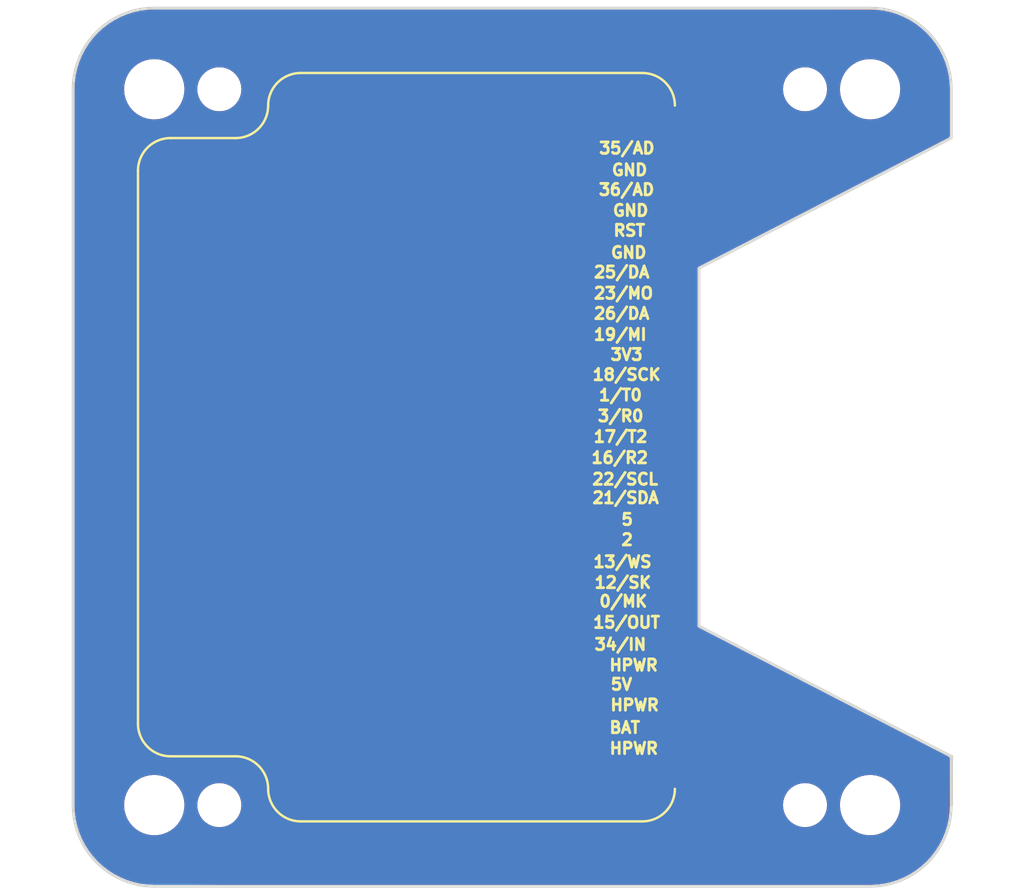
<source format=kicad_pcb>
(kicad_pcb (version 20221018) (generator pcbnew)
  (layers (0 "F.Cu" signal) (31 "B.Cu" signal) (34 "B.Paste" user) (35 "F.Paste" user) (36 "B.SilkS" user "B.Silkscreen") (37 "F.SilkS" user "F.Silkscreen") (38 "B.Mask" user) (39 "F.Mask" user) (44 "Edge.Cuts" user))
  (net 0 "")
  (net 1 "GND")
  (net 2 "+BATT")
  (net 3 "+5V")
  (net 4 "+3V3")
  (net 5 "/35")
  (net 6 "/36")
  (net 7 "/RST")
  (net 8 "/25")
  (net 9 "/23")
  (net 10 "/26")
  (net 11 "/19")
  (net 12 "/18")
  (net 13 "/1")
  (net 14 "/3")
  (net 15 "/17")
  (net 16 "/16")
  (net 17 "/22")
  (net 18 "/21")
  (net 19 "/5")
  (net 20 "/2")
  (net 21 "/13")
  (net 22 "/12")
  (net 23 "/0")
  (net 24 "/15")
  (net 25 "/34")
  (net 26 "/HPWR")
  (footprint "MountingHole:MountingHole_3.2mm_M3" (layer "F.Cu") (at 103 53)
    (fp_text reference "REF1" hide)
    (fp_text value "MountingHole_3.2mm_M3")
    (pad "" np_thru_hole circle (at 0 0) (size 3.2 3.2) (drill 3.2) (layers "*.Cu" "*.Mask"))
  )
  (footprint "MountingHole:MountingHole_3.2mm_M3" (layer "F.Cu") (at 103 97)
    (fp_text reference "REF6" hide)
    (fp_text value "MountingHole_3.2mm_M3")
    (pad "" np_thru_hole circle (at 0 0) (size 3.2 3.2) (drill 3.2) (layers "*.Cu" "*.Mask"))
  )
  (footprint "MountingHole:MountingHole_3.2mm_M3" (layer "F.Cu") (at 147 97)
    (fp_text reference "REF9" hide)
    (fp_text value "MountingHole_3.2mm_M3")
    (pad "" np_thru_hole circle (at 0 0) (size 3.2 3.2) (drill 3.2) (layers "*.Cu" "*.Mask"))
  )
  (footprint "MountingHole:MountingHole_2.2mm_M2" (layer "F.Cu") (at 107 53)
    (fp_text reference "REF2" hide)
    (fp_text value "MountingHole_2.2mm_M2")
    (pad "" np_thru_hole circle (at 0 0) (size 2.2 2.2) (drill 2.2) (layers "*.Cu" "*.Mask"))
  )
  (footprint "MountingHole:MountingHole_3.2mm_M3" (layer "F.Cu") (at 147 53)
    (fp_text reference "REF4" hide)
    (fp_text value "MountingHole_3.2mm_M3")
    (pad "" np_thru_hole circle (at 0 0) (size 3.2 3.2) (drill 3.2) (layers "*.Cu" "*.Mask"))
  )
  (footprint "MountingHole:MountingHole_2.2mm_M2" (layer "F.Cu") (at 143 53)
    (fp_text reference "REF3" hide)
    (fp_text value "MountingHole_2.2mm_M2")
    (pad "" np_thru_hole circle (at 0 0) (size 2.2 2.2) (drill 2.2) (layers "*.Cu" "*.Mask"))
  )
  (footprint "MountingHole:MountingHole_2.2mm_M2" (layer "F.Cu") (at 107 97)
    (fp_text reference "REF7" hide)
    (fp_text value "MountingHole_2.2mm_M2")
    (pad "" np_thru_hole circle (at 0 0) (size 2.2 2.2) (drill 2.2) (layers "*.Cu" "*.Mask"))
  )
  (footprint "MountingHole:MountingHole_2.2mm_M2" (layer "F.Cu") (at 143 97)
    (fp_text reference "REF8" hide)
    (fp_text value "MountingHole_2.2mm_M2")
    (pad "" np_thru_hole circle (at 0 0) (size 2.2 2.2) (drill 2.2) (layers "*.Cu" "*.Mask"))
  )
  (footprint "footprints:outer_corner" (layer "F.Cu") (at 150 50)
    (fp_text reference "corner1" hide)
    (fp_text value "outer_corner")
    (fp_arc (start -3 -2) (mid 0.535534 -0.535534) (end 2 3) (stroke (width 0.15)) (layer "Edge.Cuts"))
  )
  (footprint "footprints:outer_corner" (layer "F.Cu") (at 150 100 -90)
    (fp_text reference "corner2" hide)
    (fp_text value "outer_corner")
    (fp_arc (start -3 -2) (mid 0.535534 -0.535534) (end 2 3) (stroke (width 0.15)) (layer "Edge.Cuts"))
  )
  (footprint "footprints:outer_corner" (layer "F.Cu") (at 100 50 90)
    (fp_text reference "corner3" hide)
    (fp_text value "outer_corner")
    (fp_arc (start -3 -2) (mid 0.535534 -0.535534) (end 2 3) (stroke (width 0.15)) (layer "Edge.Cuts"))
  )
  (footprint "footprints:outer_corner" (layer "F.Cu") (at 100 100 180)
    (fp_text reference "corner4" hide)
    (fp_text value "outer_corner")
    (fp_arc (start -3 -2) (mid 0.535534 -0.535534) (end 2 3) (stroke (width 0.15)) (layer "Edge.Cuts"))
  )
  (footprint "footprints:Pads_1x30_P1.27mm_Vertical" (layer "F.Cu") (at 135 56.585)
    (fp_text reference "J1" hide)
    (fp_text value "free_holes")
    (pad "1" connect oval (at 0 0) (size 1.4 0.7) (layers "F.Cu" "F.Mask") (net 5 "/35"))
    (pad "2" connect oval (at 0 1.27) (size 1.4 0.7) (layers "F.Cu" "F.Mask") (net 1 "GND"))
    (pad "3" connect oval (at 0 2.54) (size 1.4 0.7) (layers "F.Cu" "F.Mask") (net 6 "/36"))
    (pad "4" connect oval (at 0 3.81) (size 1.4 0.7) (layers "F.Cu" "F.Mask") (net 1 "GND"))
    (pad "5" connect oval (at 0 5.08) (size 1.4 0.7) (layers "F.Cu" "F.Mask") (net 7 "/RST"))
    (pad "6" connect oval (at 0 6.35) (size 1.4 0.7) (layers "F.Cu" "F.Mask") (net 1 "GND"))
    (pad "7" connect oval (at 0 7.62) (size 1.4 0.7) (layers "F.Cu" "F.Mask") (net 8 "/25"))
    (pad "8" connect oval (at 0 8.89) (size 1.4 0.7) (layers "F.Cu" "F.Mask") (net 9 "/23"))
    (pad "9" connect oval (at 0 10.16) (size 1.4 0.7) (layers "F.Cu" "F.Mask") (net 10 "/26"))
    (pad "10" connect oval (at 0 11.43) (size 1.4 0.7) (layers "F.Cu" "F.Mask") (net 11 "/19"))
    (pad "11" connect oval (at 0 12.7) (size 1.4 0.7) (layers "F.Cu" "F.Mask") (net 4 "+3V3"))
    (pad "12" connect oval (at 0 13.97) (size 1.4 0.7) (layers "F.Cu" "F.Mask") (net 12 "/18"))
    (pad "13" connect oval (at 0 15.24) (size 1.4 0.7) (layers "F.Cu" "F.Mask") (net 13 "/1"))
    (pad "14" connect oval (at 0 16.51) (size 1.4 0.7) (layers "F.Cu" "F.Mask") (net 14 "/3"))
    (pad "15" connect oval (at 0 17.78) (size 1.4 0.7) (layers "F.Cu" "F.Mask") (net 15 "/17"))
    (pad "16" connect oval (at 0 19.05) (size 1.4 0.7) (layers "F.Cu" "F.Mask") (net 16 "/16"))
    (pad "17" connect oval (at 0 20.32) (size 1.4 0.7) (layers "F.Cu" "F.Mask") (net 17 "/22"))
    (pad "18" connect oval (at 0 21.59) (size 1.4 0.7) (layers "F.Cu" "F.Mask") (net 18 "/21"))
    (pad "19" connect oval (at 0 22.86) (size 1.4 0.7) (layers "F.Cu" "F.Mask") (net 19 "/5"))
    (pad "20" connect oval (at 0 24.13) (size 1.4 0.7) (layers "F.Cu" "F.Mask") (net 20 "/2"))
    (pad "21" connect oval (at 0 25.4) (size 1.4 0.7) (layers "F.Cu" "F.Mask") (net 21 "/13"))
    (pad "22" connect oval (at 0 26.67) (size 1.4 0.7) (layers "F.Cu" "F.Mask") (net 22 "/12"))
    (pad "23" connect oval (at 0 27.94) (size 1.4 0.7) (layers "F.Cu" "F.Mask") (net 23 "/0"))
    (pad "24" connect oval (at 0 29.21) (size 1.4 0.7) (layers "F.Cu" "F.Mask") (net 24 "/15"))
    (pad "25" connect oval (at 0 30.48) (size 1.4 0.7) (layers "F.Cu" "F.Mask") (net 25 "/34"))
    (pad "26" connect oval (at 0 31.75) (size 1.4 0.7) (layers "F.Cu" "F.Mask") (net 26 "/HPWR"))
    (pad "27" connect oval (at 0 33.02) (size 1.4 0.7) (layers "F.Cu" "F.Mask") (net 3 "+5V"))
    (pad "28" connect oval (at 0 34.29) (size 1.4 0.7) (layers "F.Cu" "F.Mask") (net 26 "/HPWR"))
    (pad "29" connect oval (at 0 35.56) (size 1.4 0.7) (layers "F.Cu" "F.Mask") (net 2 "+BATT"))
    (pad "30" connect oval (at 0 36.83) (size 1.4 0.7) (layers "F.Cu" "F.Mask") (net 26 "/HPWR"))
  )
  (gr_arc (start 108 94) (mid 109.414214 94.585786) (end 110 96) (stroke (width 0.15)) (layer "F.SilkS"))
  (gr_arc (start 102 58) (mid 102.585786 56.585786) (end 104 56) (stroke (width 0.15)) (layer "F.SilkS"))
  (gr_arc (start 112 98) (mid 110.585786 97.414214) (end 110 96) (stroke (width 0.15)) (layer "F.SilkS"))
  (gr_arc (start 135 96) (mid 134.414214 97.414214) (end 133 98) (stroke (width 0.15)) (layer "F.SilkS"))
  (gr_arc (start 104 94) (mid 102.585786 93.414214) (end 102 92) (stroke (width 0.15)) (layer "F.SilkS"))
  (gr_line (start 108 56) (end 104 56) (stroke (width 0.15)) (layer "F.SilkS"))
  (gr_arc (start 133 52) (mid 134.414214 52.585786) (end 135 54) (stroke (width 0.15)) (layer "F.SilkS"))
  (gr_arc (start 110 54) (mid 109.414214 55.414214) (end 108 56) (stroke (width 0.15)) (layer "F.SilkS"))
  (gr_arc (start 110 54) (mid 110.585786 52.585786) (end 112 52) (stroke (width 0.15)) (layer "F.SilkS"))
  (gr_line (start 133 52) (end 112 52) (stroke (width 0.15)) (layer "F.SilkS"))
  (gr_line (start 112 98) (end 133 98) (stroke (width 0.15)) (layer "F.SilkS"))
  (gr_line (start 104 94) (end 108 94) (stroke (width 0.15)) (layer "F.SilkS"))
  (gr_line (start 102 58) (end 102 92) (stroke (width 0.15)) (layer "F.SilkS"))
  (gr_line (start 136.5 64) (end 136.5 86) (stroke (width 0.15)) (layer "Edge.Cuts"))
  (gr_line (start 152 56) (end 136.5 64) (stroke (width 0.15)) (layer "Edge.Cuts"))
  (gr_line (start 98 97) (end 98 53) (stroke (width 0.15)) (layer "Edge.Cuts"))
  (gr_line (start 152 53) (end 152 56) (stroke (width 0.15)) (layer "Edge.Cuts"))
  (gr_line (start 103 48) (end 147 48) (stroke (width 0.15)) (layer "Edge.Cuts"))
  (gr_line (start 136.5 86) (end 152 94) (stroke (width 0.15)) (layer "Edge.Cuts"))
  (gr_line (start 147 102) (end 103 102) (stroke (width 0.15)) (layer "Edge.Cuts"))
  (gr_line (start 152 94) (end 152 97) (stroke (width 0.2)) (layer "Edge.Cuts"))
  (gr_text "22/SCL" (at 131.9439 76.9701) (layer "F.SilkS") (effects (font (size 0.7 0.7) (thickness 0.175))))
  (gr_text "17/T2" (at 131.6645 74.3539) (layer "F.SilkS") (effects (font (size 0.7 0.7) (thickness 0.175))))
  (gr_text "35/AD" (at 132.0488 56.6232) (layer "F.SilkS") (effects (font (size 0.7 0.7) (thickness 0.175))))
  (gr_text "1/T0" (at 131.6518 71.8012) (layer "F.SilkS") (effects (font (size 0.7 0.7) (thickness 0.175))))
  (gr_text "25/DA" (at 131.728 64.2447) (layer "F.SilkS") (effects (font (size 0.7 0.7) (thickness 0.175))))
  (gr_text "13/WS" (at 131.7788 82.0501) (layer "F.SilkS") (effects (font (size 0.7 0.7) (thickness 0.175))))
  (gr_text "34/IN" (at 131.6518 87.1301) (layer "F.SilkS") (effects (font (size 0.7 0.7) (thickness 0.175))))
  (gr_text "3/R0" (at 131.6645 73.0839) (layer "F.SilkS") (effects (font (size 0.7 0.7) (thickness 0.175))))
  (gr_text "21/SDA" (at 131.9693 78.1131) (layer "F.SilkS") (effects (font (size 0.7 0.7) (thickness 0.175))))
  (gr_text "12/SK" (at 131.8042 83.3201) (layer "F.SilkS") (effects (font (size 0.7 0.7) (thickness 0.175))))
  (gr_text "3V3" (at 132.0328 69.312) (layer "F.SilkS") (effects (font (size 0.7 0.7) (thickness 0.175))))
  (gr_text "GND" (at 132.2152 57.962) (layer "F.SilkS") (effects (font (size 0.7 0.7) (thickness 0.175))))
  (gr_text "GND" (at 132.1598 63.0382) (layer "F.SilkS") (effects (font (size 0.7 0.7) (thickness 0.175))))
  (gr_text "RST" (at 132.1988 61.6832) (layer "F.SilkS") (effects (font (size 0.7 0.7) (thickness 0.175))))
  (gr_text "5V" (at 131.7153 89.5812) (layer "F.SilkS") (effects (font (size 0.7 0.7) (thickness 0.175))))
  (gr_text "BAT" (at 131.9185 92.2355) (layer "F.SilkS") (effects (font (size 0.7 0.7) (thickness 0.175))))
  (gr_text "5" (at 132.0675 79.4474) (layer "F.SilkS") (effects (font (size 0.7 0.7) (thickness 0.175))))
  (gr_text "2" (at 132.0675 80.692) (layer "F.SilkS") (effects (font (size 0.7 0.7) (thickness 0.175))))
  (gr_text "HPWR" (at 132.4646 88.4001) (layer "F.SilkS") (effects (font (size 0.7 0.7) (thickness 0.175))))
  (gr_text "HPWR" (at 132.5281 90.8512) (layer "F.SilkS") (effects (font (size 0.7 0.7) (thickness 0.175))))
  (gr_text "HPWR" (at 132.4773 93.5182) (layer "F.SilkS") (effects (font (size 0.7 0.7) (thickness 0.175))))
  (gr_text "15/OUT" (at 132.0328 85.7712) (layer "F.SilkS") (effects (font (size 0.7 0.7) (thickness 0.175))))
  (gr_text "23/MO" (at 131.8423 65.5401) (layer "F.SilkS") (effects (font (size 0.7 0.7) (thickness 0.175))))
  (gr_text "19/MI" (at 131.6391 68.0801) (layer "F.SilkS") (effects (font (size 0.7 0.7) (thickness 0.175))))
  (gr_text "26/DA" (at 131.728 66.7847) (layer "F.SilkS") (effects (font (size 0.7 0.7) (thickness 0.175))))
  (gr_text "18/SCK" (at 132.0328 70.5439) (layer "F.SilkS") (effects (font (size 0.7 0.7) (thickness 0.175))))
  (gr_text "0/MK" (at 131.8296 84.4758) (layer "F.SilkS") (effects (font (size 0.7 0.7) (thickness 0.175))))
  (gr_text "36/AD" (at 132.0288 59.1732) (layer "F.SilkS") (effects (font (size 0.7 0.7) (thickness 0.175))))
  (gr_text "16/R2" (at 131.6137 75.6493) (layer "F.SilkS") (effects (font (size 0.7 0.7) (thickness 0.175))))
  (gr_text "GND" (at 132.2788 60.4532) (layer "F.SilkS") (effects (font (size 0.7 0.7) (thickness 0.175))))
  (zone (net 1) (net_name "GND") (layer "F.Cu") (connect_pads (clearance 0.508)) (min_thickness 0.254) (fill yes (thermal_gap 0.508) (thermal_bridge_width 0.508))
    (polygon (pts (xy 97.8488 47.9132) (xy 97.6288 101.7932) (xy 152.1188 102.4032) (xy 152.1488 47.8732)))
  )
  (zone (net 1) (net_name "GND") (layer "B.Cu") (connect_pads (clearance 0.508)) (min_thickness 0.254) (fill yes (thermal_gap 0.508) (thermal_bridge_width 0.508))
    (polygon (pts (xy 151.78959 102.407179) (xy 152.30801 48.159221) (xy 98.011501 47.75719) (xy 97.356622 102.005195)))
  )
)
</source>
